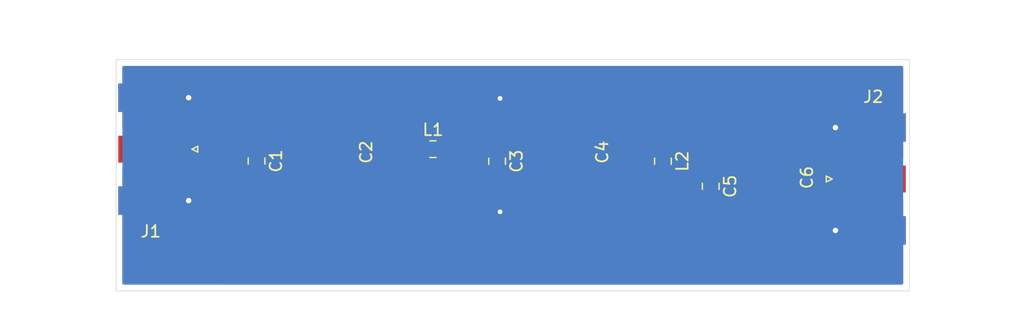
<source format=kicad_pcb>
(kicad_pcb (version 20171130) (host pcbnew "(5.1.5)-3")

  (general
    (thickness 1.6)
    (drawings 6)
    (tracks 20)
    (zones 0)
    (modules 10)
    (nets 5)
  )

  (page A4)
  (layers
    (0 F.Cu signal)
    (31 B.Cu signal)
    (32 B.Adhes user)
    (33 F.Adhes user)
    (34 B.Paste user)
    (35 F.Paste user)
    (36 B.SilkS user)
    (37 F.SilkS user)
    (38 B.Mask user)
    (39 F.Mask user)
    (40 Dwgs.User user)
    (41 Cmts.User user)
    (42 Eco1.User user)
    (43 Eco2.User user)
    (44 Edge.Cuts user)
    (45 Margin user)
    (46 B.CrtYd user)
    (47 F.CrtYd user)
    (48 B.Fab user)
    (49 F.Fab user)
  )

  (setup
    (last_trace_width 0.25)
    (trace_clearance 0.2)
    (zone_clearance 0.508)
    (zone_45_only no)
    (trace_min 0.000229)
    (via_size 0.8)
    (via_drill 0.4)
    (via_min_size 0.4)
    (via_min_drill 0.3)
    (uvia_size 0.3)
    (uvia_drill 0.1)
    (uvias_allowed no)
    (uvia_min_size 0.2)
    (uvia_min_drill 0.1)
    (edge_width 0.05)
    (segment_width 0.2)
    (pcb_text_width 0.3)
    (pcb_text_size 1.5 1.5)
    (mod_edge_width 0.12)
    (mod_text_size 1 1)
    (mod_text_width 0.15)
    (pad_size 1.524 1.524)
    (pad_drill 0.762)
    (pad_to_mask_clearance 0.051)
    (solder_mask_min_width 0.25)
    (aux_axis_origin 0 0)
    (visible_elements 7FFFFFFF)
    (pcbplotparams
      (layerselection 0x01000_ffffffff)
      (usegerberextensions false)
      (usegerberattributes false)
      (usegerberadvancedattributes false)
      (creategerberjobfile false)
      (excludeedgelayer true)
      (linewidth 0.100000)
      (plotframeref false)
      (viasonmask false)
      (mode 1)
      (useauxorigin false)
      (hpglpennumber 1)
      (hpglpenspeed 20)
      (hpglpendiameter 15.000000)
      (psnegative false)
      (psa4output false)
      (plotreference true)
      (plotvalue true)
      (plotinvisibletext false)
      (padsonsilk false)
      (subtractmaskfromsilk false)
      (outputformat 1)
      (mirror false)
      (drillshape 0)
      (scaleselection 1)
      (outputdirectory "m60/"))
  )

  (net 0 "")
  (net 1 "Net-(C1-Pad1)")
  (net 2 GND)
  (net 3 "Net-(C3-Pad1)")
  (net 4 "Net-(C5-Pad1)")

  (net_class Default "This is the default net class."
    (clearance 0.2)
    (trace_width 0.25)
    (via_dia 0.8)
    (via_drill 0.4)
    (uvia_dia 0.3)
    (uvia_drill 0.1)
    (add_net GND)
    (add_net "Net-(C1-Pad1)")
    (add_net "Net-(C3-Pad1)")
    (add_net "Net-(C5-Pad1)")
  )

  (module Capacitor_SMD:C_0805_2012Metric_Pad1.15x1.40mm_HandSolder (layer F.Cu) (tedit 5B36C52B) (tstamp 5E208F28)
    (at 116.713 89.907 270)
    (descr "Capacitor SMD 0805 (2012 Metric), square (rectangular) end terminal, IPC_7351 nominal with elongated pad for handsoldering. (Body size source: https://docs.google.com/spreadsheets/d/1BsfQQcO9C6DZCsRaXUlFlo91Tg2WpOkGARC1WS5S8t0/edit?usp=sharing), generated with kicad-footprint-generator")
    (tags "capacitor handsolder")
    (path /5E1FE5C6)
    (attr smd)
    (fp_text reference C1 (at 0 -1.65 90) (layer F.SilkS)
      (effects (font (size 1 1) (thickness 0.15)))
    )
    (fp_text value 180p (at 0 1.65 90) (layer F.Fab)
      (effects (font (size 1 1) (thickness 0.15)))
    )
    (fp_line (start -1 0.6) (end -1 -0.6) (layer F.Fab) (width 0.1))
    (fp_line (start -1 -0.6) (end 1 -0.6) (layer F.Fab) (width 0.1))
    (fp_line (start 1 -0.6) (end 1 0.6) (layer F.Fab) (width 0.1))
    (fp_line (start 1 0.6) (end -1 0.6) (layer F.Fab) (width 0.1))
    (fp_line (start -0.261252 -0.71) (end 0.261252 -0.71) (layer F.SilkS) (width 0.12))
    (fp_line (start -0.261252 0.71) (end 0.261252 0.71) (layer F.SilkS) (width 0.12))
    (fp_line (start -1.85 0.95) (end -1.85 -0.95) (layer F.CrtYd) (width 0.05))
    (fp_line (start -1.85 -0.95) (end 1.85 -0.95) (layer F.CrtYd) (width 0.05))
    (fp_line (start 1.85 -0.95) (end 1.85 0.95) (layer F.CrtYd) (width 0.05))
    (fp_line (start 1.85 0.95) (end -1.85 0.95) (layer F.CrtYd) (width 0.05))
    (fp_text user %R (at 0 0 90) (layer F.Fab)
      (effects (font (size 0.5 0.5) (thickness 0.08)))
    )
    (pad 1 smd roundrect (at -1.025 0 270) (size 1.15 1.4) (layers F.Cu F.Paste F.Mask) (roundrect_rratio 0.217391)
      (net 1 "Net-(C1-Pad1)"))
    (pad 2 smd roundrect (at 1.025 0 270) (size 1.15 1.4) (layers F.Cu F.Paste F.Mask) (roundrect_rratio 0.217391)
      (net 2 GND))
    (model ${KISYS3DMOD}/Capacitor_SMD.3dshapes/C_0805_2012Metric.wrl
      (at (xyz 0 0 0))
      (scale (xyz 1 1 1))
      (rotate (xyz 0 0 0))
    )
  )

  (module LT:CAP_Trimmer_TZB4Z (layer F.Cu) (tedit 5E1FE30D) (tstamp 5E208F33)
    (at 122.174 88.9 270)
    (path /5E2046E0)
    (fp_text reference C2 (at 0.254 -3.85572 90) (layer F.SilkS)
      (effects (font (size 1 1) (thickness 0.15)))
    )
    (fp_text value C_Variable (at 0.30734 -5.23748 90) (layer F.Fab)
      (effects (font (size 1 1) (thickness 0.15)))
    )
    (fp_line (start 0.254 -1.27) (end 0.254 1.778) (layer F.CrtYd) (width 0.12))
    (fp_line (start 0.254 1.778) (end 5.588 1.778) (layer F.CrtYd) (width 0.12))
    (fp_line (start 5.588 1.778) (end 5.588 -1.778) (layer F.CrtYd) (width 0.12))
    (fp_line (start 5.588 -1.778) (end 0.254 -1.778) (layer F.CrtYd) (width 0.12))
    (fp_line (start 0.254 -1.778) (end 0.254 -1.27) (layer F.CrtYd) (width 0.12))
    (pad 1 smd rect (at 0 0 270) (size 1.5 2) (layers F.Cu F.Paste F.Mask)
      (net 1 "Net-(C1-Pad1)"))
    (pad 2 smd rect (at 6 0 270) (size 1.5 2) (layers F.Cu F.Paste F.Mask)
      (net 2 GND))
  )

  (module Capacitor_SMD:C_0805_2012Metric_Pad1.15x1.40mm_HandSolder (layer F.Cu) (tedit 5B36C52B) (tstamp 5E208F44)
    (at 137.16 89.925 270)
    (descr "Capacitor SMD 0805 (2012 Metric), square (rectangular) end terminal, IPC_7351 nominal with elongated pad for handsoldering. (Body size source: https://docs.google.com/spreadsheets/d/1BsfQQcO9C6DZCsRaXUlFlo91Tg2WpOkGARC1WS5S8t0/edit?usp=sharing), generated with kicad-footprint-generator")
    (tags "capacitor handsolder")
    (path /5E201B6F)
    (attr smd)
    (fp_text reference C3 (at 0 -1.65 90) (layer F.SilkS)
      (effects (font (size 1 1) (thickness 0.15)))
    )
    (fp_text value 270p (at 0 1.65 90) (layer F.Fab)
      (effects (font (size 1 1) (thickness 0.15)))
    )
    (fp_text user %R (at 0 0 90) (layer F.Fab)
      (effects (font (size 0.5 0.5) (thickness 0.08)))
    )
    (fp_line (start 1.85 0.95) (end -1.85 0.95) (layer F.CrtYd) (width 0.05))
    (fp_line (start 1.85 -0.95) (end 1.85 0.95) (layer F.CrtYd) (width 0.05))
    (fp_line (start -1.85 -0.95) (end 1.85 -0.95) (layer F.CrtYd) (width 0.05))
    (fp_line (start -1.85 0.95) (end -1.85 -0.95) (layer F.CrtYd) (width 0.05))
    (fp_line (start -0.261252 0.71) (end 0.261252 0.71) (layer F.SilkS) (width 0.12))
    (fp_line (start -0.261252 -0.71) (end 0.261252 -0.71) (layer F.SilkS) (width 0.12))
    (fp_line (start 1 0.6) (end -1 0.6) (layer F.Fab) (width 0.1))
    (fp_line (start 1 -0.6) (end 1 0.6) (layer F.Fab) (width 0.1))
    (fp_line (start -1 -0.6) (end 1 -0.6) (layer F.Fab) (width 0.1))
    (fp_line (start -1 0.6) (end -1 -0.6) (layer F.Fab) (width 0.1))
    (pad 2 smd roundrect (at 1.025 0 270) (size 1.15 1.4) (layers F.Cu F.Paste F.Mask) (roundrect_rratio 0.217391)
      (net 2 GND))
    (pad 1 smd roundrect (at -1.025 0 270) (size 1.15 1.4) (layers F.Cu F.Paste F.Mask) (roundrect_rratio 0.217391)
      (net 3 "Net-(C3-Pad1)"))
    (model ${KISYS3DMOD}/Capacitor_SMD.3dshapes/C_0805_2012Metric.wrl
      (at (xyz 0 0 0))
      (scale (xyz 1 1 1))
      (rotate (xyz 0 0 0))
    )
  )

  (module LT:CAP_Trimmer_TZB4Z (layer F.Cu) (tedit 5E1FE30D) (tstamp 5E208F4F)
    (at 142.24 88.9 270)
    (path /5E2093F8)
    (fp_text reference C4 (at 0.254 -3.85572 90) (layer F.SilkS)
      (effects (font (size 1 1) (thickness 0.15)))
    )
    (fp_text value C_Variable (at 0.30734 -5.23748 90) (layer F.Fab)
      (effects (font (size 1 1) (thickness 0.15)))
    )
    (fp_line (start 0.254 -1.778) (end 0.254 -1.27) (layer F.CrtYd) (width 0.12))
    (fp_line (start 5.588 -1.778) (end 0.254 -1.778) (layer F.CrtYd) (width 0.12))
    (fp_line (start 5.588 1.778) (end 5.588 -1.778) (layer F.CrtYd) (width 0.12))
    (fp_line (start 0.254 1.778) (end 5.588 1.778) (layer F.CrtYd) (width 0.12))
    (fp_line (start 0.254 -1.27) (end 0.254 1.778) (layer F.CrtYd) (width 0.12))
    (pad 2 smd rect (at 6 0 270) (size 1.5 2) (layers F.Cu F.Paste F.Mask)
      (net 2 GND))
    (pad 1 smd rect (at 0 0 270) (size 1.5 2) (layers F.Cu F.Paste F.Mask)
      (net 3 "Net-(C3-Pad1)"))
  )

  (module Capacitor_SMD:C_0805_2012Metric_Pad1.15x1.40mm_HandSolder (layer F.Cu) (tedit 5B36C52B) (tstamp 5E208F60)
    (at 155.321 92.066 270)
    (descr "Capacitor SMD 0805 (2012 Metric), square (rectangular) end terminal, IPC_7351 nominal with elongated pad for handsoldering. (Body size source: https://docs.google.com/spreadsheets/d/1BsfQQcO9C6DZCsRaXUlFlo91Tg2WpOkGARC1WS5S8t0/edit?usp=sharing), generated with kicad-footprint-generator")
    (tags "capacitor handsolder")
    (path /5E202B59)
    (attr smd)
    (fp_text reference C5 (at 0 -1.65 90) (layer F.SilkS)
      (effects (font (size 1 1) (thickness 0.15)))
    )
    (fp_text value 180p (at 0 1.65 90) (layer F.Fab)
      (effects (font (size 1 1) (thickness 0.15)))
    )
    (fp_line (start -1 0.6) (end -1 -0.6) (layer F.Fab) (width 0.1))
    (fp_line (start -1 -0.6) (end 1 -0.6) (layer F.Fab) (width 0.1))
    (fp_line (start 1 -0.6) (end 1 0.6) (layer F.Fab) (width 0.1))
    (fp_line (start 1 0.6) (end -1 0.6) (layer F.Fab) (width 0.1))
    (fp_line (start -0.261252 -0.71) (end 0.261252 -0.71) (layer F.SilkS) (width 0.12))
    (fp_line (start -0.261252 0.71) (end 0.261252 0.71) (layer F.SilkS) (width 0.12))
    (fp_line (start -1.85 0.95) (end -1.85 -0.95) (layer F.CrtYd) (width 0.05))
    (fp_line (start -1.85 -0.95) (end 1.85 -0.95) (layer F.CrtYd) (width 0.05))
    (fp_line (start 1.85 -0.95) (end 1.85 0.95) (layer F.CrtYd) (width 0.05))
    (fp_line (start 1.85 0.95) (end -1.85 0.95) (layer F.CrtYd) (width 0.05))
    (fp_text user %R (at 0 0 90) (layer F.Fab)
      (effects (font (size 0.5 0.5) (thickness 0.08)))
    )
    (pad 1 smd roundrect (at -1.025 0 270) (size 1.15 1.4) (layers F.Cu F.Paste F.Mask) (roundrect_rratio 0.217391)
      (net 4 "Net-(C5-Pad1)"))
    (pad 2 smd roundrect (at 1.025 0 270) (size 1.15 1.4) (layers F.Cu F.Paste F.Mask) (roundrect_rratio 0.217391)
      (net 2 GND))
    (model ${KISYS3DMOD}/Capacitor_SMD.3dshapes/C_0805_2012Metric.wrl
      (at (xyz 0 0 0))
      (scale (xyz 1 1 1))
      (rotate (xyz 0 0 0))
    )
  )

  (module LT:CAP_Trimmer_TZB4Z (layer F.Cu) (tedit 5E1FE30D) (tstamp 5E208F6B)
    (at 159.639 91.059 270)
    (path /5E20A887)
    (fp_text reference C6 (at 0.254 -3.85572 90) (layer F.SilkS)
      (effects (font (size 1 1) (thickness 0.15)))
    )
    (fp_text value C_Variable (at 0.30734 -5.23748 90) (layer F.Fab)
      (effects (font (size 1 1) (thickness 0.15)))
    )
    (fp_line (start 0.254 -1.27) (end 0.254 1.778) (layer F.CrtYd) (width 0.12))
    (fp_line (start 0.254 1.778) (end 5.588 1.778) (layer F.CrtYd) (width 0.12))
    (fp_line (start 5.588 1.778) (end 5.588 -1.778) (layer F.CrtYd) (width 0.12))
    (fp_line (start 5.588 -1.778) (end 0.254 -1.778) (layer F.CrtYd) (width 0.12))
    (fp_line (start 0.254 -1.778) (end 0.254 -1.27) (layer F.CrtYd) (width 0.12))
    (pad 1 smd rect (at 0 0 270) (size 1.5 2) (layers F.Cu F.Paste F.Mask)
      (net 4 "Net-(C5-Pad1)"))
    (pad 2 smd rect (at 6 0 270) (size 1.5 2) (layers F.Cu F.Paste F.Mask)
      (net 2 GND))
  )

  (module Connector_Coaxial:SMA_Molex_73251-1153_EdgeMount_Horizontal (layer F.Cu) (tedit 5A1B666F) (tstamp 5E208F97)
    (at 109.22 88.9)
    (descr "Molex SMA RF Connectors, Edge Mount, (http://www.molex.com/pdm_docs/sd/732511150_sd.pdf)")
    (tags "sma edge")
    (path /5E1FC498)
    (attr smd)
    (fp_text reference J1 (at -1.5 7) (layer F.SilkS)
      (effects (font (size 1 1) (thickness 0.15)))
    )
    (fp_text value Conn_Coaxial (at -1.72 -7.11) (layer F.Fab)
      (effects (font (size 1 1) (thickness 0.15)))
    )
    (fp_text user %R (at -1.5 7) (layer F.Fab)
      (effects (font (size 1 1) (thickness 0.15)))
    )
    (fp_line (start 2.5 0.25) (end 2.5 -0.25) (layer F.Fab) (width 0.1))
    (fp_line (start 2 0) (end 2.5 0.25) (layer F.Fab) (width 0.1))
    (fp_line (start 2.5 -0.25) (end 2 0) (layer F.Fab) (width 0.1))
    (fp_line (start 2.5 0.25) (end 2 0) (layer F.SilkS) (width 0.12))
    (fp_line (start 2.5 -0.25) (end 2.5 0.25) (layer F.SilkS) (width 0.12))
    (fp_line (start 2 0) (end 2.5 -0.25) (layer F.SilkS) (width 0.12))
    (fp_line (start -4.76 -0.38) (end 0.49 -0.38) (layer F.Fab) (width 0.1))
    (fp_line (start -4.76 0.38) (end 0.49 0.38) (layer F.Fab) (width 0.1))
    (fp_line (start 0.49 -0.38) (end 0.49 0.38) (layer F.Fab) (width 0.1))
    (fp_line (start 0.49 3.75) (end 0.49 4.76) (layer F.Fab) (width 0.1))
    (fp_line (start 0.49 -4.76) (end 0.49 -3.75) (layer F.Fab) (width 0.1))
    (fp_line (start -14.29 -6.09) (end -14.29 6.09) (layer F.CrtYd) (width 0.05))
    (fp_line (start -14.29 6.09) (end 2.71 6.09) (layer F.CrtYd) (width 0.05))
    (fp_line (start 2.71 -6.09) (end 2.71 6.09) (layer B.CrtYd) (width 0.05))
    (fp_line (start -14.29 -6.09) (end 2.71 -6.09) (layer B.CrtYd) (width 0.05))
    (fp_line (start -14.29 -6.09) (end -14.29 6.09) (layer B.CrtYd) (width 0.05))
    (fp_line (start -14.29 6.09) (end 2.71 6.09) (layer B.CrtYd) (width 0.05))
    (fp_line (start 2.71 -6.09) (end 2.71 6.09) (layer F.CrtYd) (width 0.05))
    (fp_line (start 2.71 -6.09) (end -14.29 -6.09) (layer F.CrtYd) (width 0.05))
    (fp_line (start -4.76 -3.75) (end 0.49 -3.75) (layer F.Fab) (width 0.1))
    (fp_line (start -4.76 3.75) (end 0.49 3.75) (layer F.Fab) (width 0.1))
    (fp_line (start -13.79 -2.65) (end -5.91 -2.65) (layer F.Fab) (width 0.1))
    (fp_line (start -13.79 -2.65) (end -13.79 2.65) (layer F.Fab) (width 0.1))
    (fp_line (start -13.79 2.65) (end -5.91 2.65) (layer F.Fab) (width 0.1))
    (fp_line (start -4.76 -3.75) (end -4.76 3.75) (layer F.Fab) (width 0.1))
    (fp_line (start 0.49 -4.76) (end -5.91 -4.76) (layer F.Fab) (width 0.1))
    (fp_line (start -5.91 -4.76) (end -5.91 4.76) (layer F.Fab) (width 0.1))
    (fp_line (start -5.91 4.76) (end 0.49 4.76) (layer F.Fab) (width 0.1))
    (pad 1 smd rect (at -1.72 0) (size 5.08 2.29) (layers F.Cu F.Paste F.Mask)
      (net 1 "Net-(C1-Pad1)"))
    (pad 2 smd rect (at -1.72 -4.38) (size 5.08 2.42) (layers F.Cu F.Paste F.Mask)
      (net 2 GND))
    (pad 2 smd rect (at -1.72 4.38) (size 5.08 2.42) (layers F.Cu F.Paste F.Mask)
      (net 2 GND))
    (pad 2 smd rect (at -1.72 -4.38) (size 5.08 2.42) (layers B.Cu B.Paste B.Mask)
      (net 2 GND))
    (pad 2 smd rect (at -1.72 4.38) (size 5.08 2.42) (layers B.Cu B.Paste B.Mask)
      (net 2 GND))
    (pad 2 thru_hole circle (at 1.72 -4.38) (size 0.97 0.97) (drill 0.46) (layers *.Cu)
      (net 2 GND))
    (pad 2 thru_hole circle (at 1.72 4.38) (size 0.97 0.97) (drill 0.46) (layers *.Cu)
      (net 2 GND))
    (pad 2 smd rect (at 1.27 -4.38) (size 0.95 0.46) (layers F.Cu)
      (net 2 GND))
    (pad 2 smd rect (at 1.27 4.38) (size 0.95 0.46) (layers F.Cu)
      (net 2 GND))
    (pad 2 smd rect (at 1.27 -4.38) (size 0.95 0.46) (layers B.Cu)
      (net 2 GND))
    (pad 2 smd rect (at 1.27 4.38) (size 0.95 0.46) (layers B.Cu)
      (net 2 GND))
    (model ${KISYS3DMOD}/Connector_Coaxial.3dshapes/SMA_Molex_73251-1153_EdgeMount_Horizontal.wrl
      (at (xyz 0 0 0))
      (scale (xyz 1 1 1))
      (rotate (xyz 0 0 0))
    )
  )

  (module Connector_Coaxial:SMA_Molex_73251-1153_EdgeMount_Horizontal (layer F.Cu) (tedit 5A1B666F) (tstamp 5E208FC3)
    (at 167.64 91.44 180)
    (descr "Molex SMA RF Connectors, Edge Mount, (http://www.molex.com/pdm_docs/sd/732511150_sd.pdf)")
    (tags "sma edge")
    (path /5E20B5B6)
    (attr smd)
    (fp_text reference J2 (at -1.5 7) (layer F.SilkS)
      (effects (font (size 1 1) (thickness 0.15)))
    )
    (fp_text value Conn_Coaxial (at -1.72 -7.11) (layer F.Fab)
      (effects (font (size 1 1) (thickness 0.15)))
    )
    (fp_line (start -5.91 4.76) (end 0.49 4.76) (layer F.Fab) (width 0.1))
    (fp_line (start -5.91 -4.76) (end -5.91 4.76) (layer F.Fab) (width 0.1))
    (fp_line (start 0.49 -4.76) (end -5.91 -4.76) (layer F.Fab) (width 0.1))
    (fp_line (start -4.76 -3.75) (end -4.76 3.75) (layer F.Fab) (width 0.1))
    (fp_line (start -13.79 2.65) (end -5.91 2.65) (layer F.Fab) (width 0.1))
    (fp_line (start -13.79 -2.65) (end -13.79 2.65) (layer F.Fab) (width 0.1))
    (fp_line (start -13.79 -2.65) (end -5.91 -2.65) (layer F.Fab) (width 0.1))
    (fp_line (start -4.76 3.75) (end 0.49 3.75) (layer F.Fab) (width 0.1))
    (fp_line (start -4.76 -3.75) (end 0.49 -3.75) (layer F.Fab) (width 0.1))
    (fp_line (start 2.71 -6.09) (end -14.29 -6.09) (layer F.CrtYd) (width 0.05))
    (fp_line (start 2.71 -6.09) (end 2.71 6.09) (layer F.CrtYd) (width 0.05))
    (fp_line (start -14.29 6.09) (end 2.71 6.09) (layer B.CrtYd) (width 0.05))
    (fp_line (start -14.29 -6.09) (end -14.29 6.09) (layer B.CrtYd) (width 0.05))
    (fp_line (start -14.29 -6.09) (end 2.71 -6.09) (layer B.CrtYd) (width 0.05))
    (fp_line (start 2.71 -6.09) (end 2.71 6.09) (layer B.CrtYd) (width 0.05))
    (fp_line (start -14.29 6.09) (end 2.71 6.09) (layer F.CrtYd) (width 0.05))
    (fp_line (start -14.29 -6.09) (end -14.29 6.09) (layer F.CrtYd) (width 0.05))
    (fp_line (start 0.49 -4.76) (end 0.49 -3.75) (layer F.Fab) (width 0.1))
    (fp_line (start 0.49 3.75) (end 0.49 4.76) (layer F.Fab) (width 0.1))
    (fp_line (start 0.49 -0.38) (end 0.49 0.38) (layer F.Fab) (width 0.1))
    (fp_line (start -4.76 0.38) (end 0.49 0.38) (layer F.Fab) (width 0.1))
    (fp_line (start -4.76 -0.38) (end 0.49 -0.38) (layer F.Fab) (width 0.1))
    (fp_line (start 2 0) (end 2.5 -0.25) (layer F.SilkS) (width 0.12))
    (fp_line (start 2.5 -0.25) (end 2.5 0.25) (layer F.SilkS) (width 0.12))
    (fp_line (start 2.5 0.25) (end 2 0) (layer F.SilkS) (width 0.12))
    (fp_line (start 2.5 -0.25) (end 2 0) (layer F.Fab) (width 0.1))
    (fp_line (start 2 0) (end 2.5 0.25) (layer F.Fab) (width 0.1))
    (fp_line (start 2.5 0.25) (end 2.5 -0.25) (layer F.Fab) (width 0.1))
    (fp_text user %R (at -1.5 7) (layer F.Fab)
      (effects (font (size 1 1) (thickness 0.15)))
    )
    (pad 2 smd rect (at 1.27 4.38 180) (size 0.95 0.46) (layers B.Cu)
      (net 2 GND))
    (pad 2 smd rect (at 1.27 -4.38 180) (size 0.95 0.46) (layers B.Cu)
      (net 2 GND))
    (pad 2 smd rect (at 1.27 4.38 180) (size 0.95 0.46) (layers F.Cu)
      (net 2 GND))
    (pad 2 smd rect (at 1.27 -4.38 180) (size 0.95 0.46) (layers F.Cu)
      (net 2 GND))
    (pad 2 thru_hole circle (at 1.72 4.38 180) (size 0.97 0.97) (drill 0.46) (layers *.Cu)
      (net 2 GND))
    (pad 2 thru_hole circle (at 1.72 -4.38 180) (size 0.97 0.97) (drill 0.46) (layers *.Cu)
      (net 2 GND))
    (pad 2 smd rect (at -1.72 4.38 180) (size 5.08 2.42) (layers B.Cu B.Paste B.Mask)
      (net 2 GND))
    (pad 2 smd rect (at -1.72 -4.38 180) (size 5.08 2.42) (layers B.Cu B.Paste B.Mask)
      (net 2 GND))
    (pad 2 smd rect (at -1.72 4.38 180) (size 5.08 2.42) (layers F.Cu F.Paste F.Mask)
      (net 2 GND))
    (pad 2 smd rect (at -1.72 -4.38 180) (size 5.08 2.42) (layers F.Cu F.Paste F.Mask)
      (net 2 GND))
    (pad 1 smd rect (at -1.72 0 180) (size 5.08 2.29) (layers F.Cu F.Paste F.Mask)
      (net 4 "Net-(C5-Pad1)"))
    (model ${KISYS3DMOD}/Connector_Coaxial.3dshapes/SMA_Molex_73251-1153_EdgeMount_Horizontal.wrl
      (at (xyz 0 0 0))
      (scale (xyz 1 1 1))
      (rotate (xyz 0 0 0))
    )
  )

  (module Inductor_SMD:L_0805_2012Metric_Pad1.15x1.40mm_HandSolder (layer F.Cu) (tedit 5B36C52B) (tstamp 5E208FD4)
    (at 131.708 88.9)
    (descr "Capacitor SMD 0805 (2012 Metric), square (rectangular) end terminal, IPC_7351 nominal with elongated pad for handsoldering. (Body size source: https://docs.google.com/spreadsheets/d/1BsfQQcO9C6DZCsRaXUlFlo91Tg2WpOkGARC1WS5S8t0/edit?usp=sharing), generated with kicad-footprint-generator")
    (tags "inductor handsolder")
    (path /5E1FED39)
    (attr smd)
    (fp_text reference L1 (at 0 -1.65) (layer F.SilkS)
      (effects (font (size 1 1) (thickness 0.15)))
    )
    (fp_text value 330n (at 0 1.65) (layer F.Fab)
      (effects (font (size 1 1) (thickness 0.15)))
    )
    (fp_line (start -1 0.6) (end -1 -0.6) (layer F.Fab) (width 0.1))
    (fp_line (start -1 -0.6) (end 1 -0.6) (layer F.Fab) (width 0.1))
    (fp_line (start 1 -0.6) (end 1 0.6) (layer F.Fab) (width 0.1))
    (fp_line (start 1 0.6) (end -1 0.6) (layer F.Fab) (width 0.1))
    (fp_line (start -0.261252 -0.71) (end 0.261252 -0.71) (layer F.SilkS) (width 0.12))
    (fp_line (start -0.261252 0.71) (end 0.261252 0.71) (layer F.SilkS) (width 0.12))
    (fp_line (start -1.85 0.95) (end -1.85 -0.95) (layer F.CrtYd) (width 0.05))
    (fp_line (start -1.85 -0.95) (end 1.85 -0.95) (layer F.CrtYd) (width 0.05))
    (fp_line (start 1.85 -0.95) (end 1.85 0.95) (layer F.CrtYd) (width 0.05))
    (fp_line (start 1.85 0.95) (end -1.85 0.95) (layer F.CrtYd) (width 0.05))
    (fp_text user %R (at 0 0) (layer F.Fab)
      (effects (font (size 0.5 0.5) (thickness 0.08)))
    )
    (pad 1 smd roundrect (at -1.025 0) (size 1.15 1.4) (layers F.Cu F.Paste F.Mask) (roundrect_rratio 0.217391)
      (net 1 "Net-(C1-Pad1)"))
    (pad 2 smd roundrect (at 1.025 0) (size 1.15 1.4) (layers F.Cu F.Paste F.Mask) (roundrect_rratio 0.217391)
      (net 3 "Net-(C3-Pad1)"))
    (model ${KISYS3DMOD}/Inductor_SMD.3dshapes/L_0805_2012Metric.wrl
      (at (xyz 0 0 0))
      (scale (xyz 1 1 1))
      (rotate (xyz 0 0 0))
    )
  )

  (module Inductor_SMD:L_0805_2012Metric_Pad1.15x1.40mm_HandSolder (layer F.Cu) (tedit 5B36C52B) (tstamp 5E208FE5)
    (at 151.257 89.925 270)
    (descr "Capacitor SMD 0805 (2012 Metric), square (rectangular) end terminal, IPC_7351 nominal with elongated pad for handsoldering. (Body size source: https://docs.google.com/spreadsheets/d/1BsfQQcO9C6DZCsRaXUlFlo91Tg2WpOkGARC1WS5S8t0/edit?usp=sharing), generated with kicad-footprint-generator")
    (tags "inductor handsolder")
    (path /5E201B79)
    (attr smd)
    (fp_text reference L2 (at 0 -1.65 90) (layer F.SilkS)
      (effects (font (size 1 1) (thickness 0.15)))
    )
    (fp_text value 330n (at 0 1.65 90) (layer F.Fab)
      (effects (font (size 1 1) (thickness 0.15)))
    )
    (fp_text user %R (at 0 0 90) (layer F.Fab)
      (effects (font (size 0.5 0.5) (thickness 0.08)))
    )
    (fp_line (start 1.85 0.95) (end -1.85 0.95) (layer F.CrtYd) (width 0.05))
    (fp_line (start 1.85 -0.95) (end 1.85 0.95) (layer F.CrtYd) (width 0.05))
    (fp_line (start -1.85 -0.95) (end 1.85 -0.95) (layer F.CrtYd) (width 0.05))
    (fp_line (start -1.85 0.95) (end -1.85 -0.95) (layer F.CrtYd) (width 0.05))
    (fp_line (start -0.261252 0.71) (end 0.261252 0.71) (layer F.SilkS) (width 0.12))
    (fp_line (start -0.261252 -0.71) (end 0.261252 -0.71) (layer F.SilkS) (width 0.12))
    (fp_line (start 1 0.6) (end -1 0.6) (layer F.Fab) (width 0.1))
    (fp_line (start 1 -0.6) (end 1 0.6) (layer F.Fab) (width 0.1))
    (fp_line (start -1 -0.6) (end 1 -0.6) (layer F.Fab) (width 0.1))
    (fp_line (start -1 0.6) (end -1 -0.6) (layer F.Fab) (width 0.1))
    (pad 2 smd roundrect (at 1.025 0 270) (size 1.15 1.4) (layers F.Cu F.Paste F.Mask) (roundrect_rratio 0.217391)
      (net 4 "Net-(C5-Pad1)"))
    (pad 1 smd roundrect (at -1.025 0 270) (size 1.15 1.4) (layers F.Cu F.Paste F.Mask) (roundrect_rratio 0.217391)
      (net 3 "Net-(C3-Pad1)"))
    (model ${KISYS3DMOD}/Inductor_SMD.3dshapes/L_0805_2012Metric.wrl
      (at (xyz 0 0 0))
      (scale (xyz 1 1 1))
      (rotate (xyz 0 0 0))
    )
  )

  (gr_text rev0 (at 163.068 84.074) (layer F.Cu)
    (effects (font (size 1.5 1.5) (thickness 0.3)))
  )
  (gr_text "RF IN" (at 109.728 98.552) (layer F.Cu)
    (effects (font (size 1.5 1.5) (thickness 0.3)))
  )
  (gr_line (start 172.212 81.28) (end 104.775 81.28) (layer Edge.Cuts) (width 0.05) (tstamp 5E209B8B))
  (gr_line (start 172.212 100.965) (end 172.212 81.28) (layer Edge.Cuts) (width 0.05))
  (gr_line (start 104.775 100.965) (end 172.212 100.965) (layer Edge.Cuts) (width 0.05))
  (gr_line (start 104.775 81.28) (end 104.775 100.965) (layer Edge.Cuts) (width 0.05))

  (segment (start 116.695 88.9) (end 116.713 88.882) (width 0.25) (layer F.Cu) (net 1))
  (segment (start 107.5 88.9) (end 116.695 88.9) (width 0.25) (layer F.Cu) (net 1))
  (segment (start 122.156 88.882) (end 122.174 88.9) (width 0.25) (layer F.Cu) (net 1))
  (segment (start 116.713 88.882) (end 122.156 88.882) (width 0.25) (layer F.Cu) (net 1))
  (segment (start 122.174 88.9) (end 128.016 88.9) (width 0.25) (layer F.Cu) (net 1))
  (via (at 137.414 94.234) (size 0.8) (drill 0.4) (layers F.Cu B.Cu) (net 2))
  (via (at 137.414 84.582) (size 0.8) (drill 0.4) (layers F.Cu B.Cu) (net 2))
  (segment (start 132.733 88.9) (end 137.16 88.9) (width 0.25) (layer F.Cu) (net 3))
  (segment (start 137.86 88.9) (end 142.24 88.9) (width 0.25) (layer F.Cu) (net 3))
  (segment (start 137.16 88.9) (end 137.86 88.9) (width 0.25) (layer F.Cu) (net 3))
  (segment (start 142.24 88.9) (end 147.193 88.9) (width 0.25) (layer F.Cu) (net 3))
  (segment (start 155.23 90.95) (end 155.321 91.041) (width 0.25) (layer F.Cu) (net 4))
  (segment (start 151.257 90.95) (end 155.23 90.95) (width 0.25) (layer F.Cu) (net 4))
  (segment (start 155.339 91.059) (end 155.321 91.041) (width 0.25) (layer F.Cu) (net 4))
  (segment (start 159.639 91.059) (end 155.339 91.059) (width 0.25) (layer F.Cu) (net 4))
  (segment (start 168.344 91.059) (end 168.598 91.313) (width 0.25) (layer F.Cu) (net 4))
  (segment (start 159.639 91.059) (end 168.344 91.059) (width 0.25) (layer F.Cu) (net 4))
  (segment (start 127.526 88.9) (end 130.683 88.9) (width 0.25) (layer F.Cu) (net 1))
  (segment (start 147.278 88.9) (end 151.257 88.9) (width 0.25) (layer F.Cu) (net 3))
  (segment (start 146.703 88.9) (end 147.278 88.9) (width 0.25) (layer F.Cu) (net 3))

  (zone (net 2) (net_name GND) (layer F.Cu) (tstamp 5E209BE9) (hatch edge 0.508)
    (connect_pads yes (clearance 0.508))
    (min_thickness 0.254)
    (fill yes (arc_segments 32) (thermal_gap 0.508) (thermal_bridge_width 0.508))
    (polygon
      (pts
        (xy 180.34 104.14) (xy 101.6 104.14) (xy 101.6 76.2) (xy 180.34 76.2)
      )
    )
    (filled_polygon
      (pts
        (xy 120.535928 89.65) (xy 120.548188 89.774482) (xy 120.584498 89.89418) (xy 120.643463 90.004494) (xy 120.722815 90.101185)
        (xy 120.819506 90.180537) (xy 120.92982 90.239502) (xy 121.049518 90.275812) (xy 121.174 90.288072) (xy 123.174 90.288072)
        (xy 123.298482 90.275812) (xy 123.41818 90.239502) (xy 123.528494 90.180537) (xy 123.625185 90.101185) (xy 123.704537 90.004494)
        (xy 123.763502 89.89418) (xy 123.799812 89.774482) (xy 123.811087 89.66) (xy 129.528473 89.66) (xy 129.537528 89.689851)
        (xy 129.619595 89.843387) (xy 129.730038 89.977962) (xy 129.864613 90.088405) (xy 130.018149 90.170472) (xy 130.184745 90.221008)
        (xy 130.357999 90.238072) (xy 131.008001 90.238072) (xy 131.181255 90.221008) (xy 131.347851 90.170472) (xy 131.501387 90.088405)
        (xy 131.635962 89.977962) (xy 131.708 89.890184) (xy 131.780038 89.977962) (xy 131.914613 90.088405) (xy 132.068149 90.170472)
        (xy 132.234745 90.221008) (xy 132.407999 90.238072) (xy 133.058001 90.238072) (xy 133.231255 90.221008) (xy 133.397851 90.170472)
        (xy 133.551387 90.088405) (xy 133.685962 89.977962) (xy 133.796405 89.843387) (xy 133.878472 89.689851) (xy 133.887527 89.66)
        (xy 135.940386 89.66) (xy 135.971595 89.718387) (xy 136.082038 89.852962) (xy 136.216613 89.963405) (xy 136.370149 90.045472)
        (xy 136.536745 90.096008) (xy 136.709999 90.113072) (xy 137.610001 90.113072) (xy 137.783255 90.096008) (xy 137.949851 90.045472)
        (xy 138.103387 89.963405) (xy 138.237962 89.852962) (xy 138.348405 89.718387) (xy 138.379614 89.66) (xy 140.602913 89.66)
        (xy 140.614188 89.774482) (xy 140.650498 89.89418) (xy 140.709463 90.004494) (xy 140.788815 90.101185) (xy 140.885506 90.180537)
        (xy 140.99582 90.239502) (xy 141.115518 90.275812) (xy 141.24 90.288072) (xy 143.24 90.288072) (xy 143.364482 90.275812)
        (xy 143.48418 90.239502) (xy 143.594494 90.180537) (xy 143.691185 90.101185) (xy 143.770537 90.004494) (xy 143.829502 89.89418)
        (xy 143.865812 89.774482) (xy 143.877087 89.66) (xy 150.037386 89.66) (xy 150.068595 89.718387) (xy 150.179038 89.852962)
        (xy 150.266816 89.925) (xy 150.179038 89.997038) (xy 150.068595 90.131613) (xy 149.986528 90.285149) (xy 149.935992 90.451745)
        (xy 149.918928 90.624999) (xy 149.918928 91.275001) (xy 149.935992 91.448255) (xy 149.986528 91.614851) (xy 150.068595 91.768387)
        (xy 150.179038 91.902962) (xy 150.313613 92.013405) (xy 150.467149 92.095472) (xy 150.633745 92.146008) (xy 150.806999 92.163072)
        (xy 151.707001 92.163072) (xy 151.880255 92.146008) (xy 152.046851 92.095472) (xy 152.200387 92.013405) (xy 152.334962 91.902962)
        (xy 152.445405 91.768387) (xy 152.476614 91.71) (xy 154.052746 91.71) (xy 154.132595 91.859387) (xy 154.243038 91.993962)
        (xy 154.377613 92.104405) (xy 154.531149 92.186472) (xy 154.697745 92.237008) (xy 154.870999 92.254072) (xy 155.771001 92.254072)
        (xy 155.944255 92.237008) (xy 156.110851 92.186472) (xy 156.264387 92.104405) (xy 156.398962 91.993962) (xy 156.509405 91.859387)
        (xy 156.530992 91.819) (xy 158.001913 91.819) (xy 158.013188 91.933482) (xy 158.049498 92.05318) (xy 158.108463 92.163494)
        (xy 158.187815 92.260185) (xy 158.284506 92.339537) (xy 158.39482 92.398502) (xy 158.514518 92.434812) (xy 158.639 92.447072)
        (xy 160.639 92.447072) (xy 160.763482 92.434812) (xy 160.88318 92.398502) (xy 160.993494 92.339537) (xy 161.090185 92.260185)
        (xy 161.169537 92.163494) (xy 161.228502 92.05318) (xy 161.264812 91.933482) (xy 161.276087 91.819) (xy 166.181928 91.819)
        (xy 166.181928 92.585) (xy 166.194188 92.709482) (xy 166.230498 92.82918) (xy 166.289463 92.939494) (xy 166.368815 93.036185)
        (xy 166.465506 93.115537) (xy 166.57582 93.174502) (xy 166.695518 93.210812) (xy 166.82 93.223072) (xy 171.552 93.223072)
        (xy 171.552 100.305) (xy 113.620143 100.305) (xy 113.620143 96.762) (xy 105.835857 96.762) (xy 105.835857 100.305)
        (xy 105.435 100.305) (xy 105.435 90.683072) (xy 110.04 90.683072) (xy 110.164482 90.670812) (xy 110.28418 90.634502)
        (xy 110.394494 90.575537) (xy 110.491185 90.496185) (xy 110.570537 90.399494) (xy 110.629502 90.28918) (xy 110.665812 90.169482)
        (xy 110.678072 90.045) (xy 110.678072 89.66) (xy 115.503008 89.66) (xy 115.524595 89.700387) (xy 115.635038 89.834962)
        (xy 115.769613 89.945405) (xy 115.923149 90.027472) (xy 116.089745 90.078008) (xy 116.262999 90.095072) (xy 117.163001 90.095072)
        (xy 117.336255 90.078008) (xy 117.502851 90.027472) (xy 117.656387 89.945405) (xy 117.790962 89.834962) (xy 117.901405 89.700387)
        (xy 117.932614 89.642) (xy 120.535928 89.642)
      )
    )
    (filled_polygon
      (pts
        (xy 171.552001 89.656928) (xy 166.82 89.656928) (xy 166.695518 89.669188) (xy 166.57582 89.705498) (xy 166.465506 89.764463)
        (xy 166.368815 89.843815) (xy 166.289463 89.940506) (xy 166.230498 90.05082) (xy 166.194188 90.170518) (xy 166.181928 90.295)
        (xy 166.181928 90.299) (xy 161.276087 90.299) (xy 161.264812 90.184518) (xy 161.228502 90.06482) (xy 161.169537 89.954506)
        (xy 161.090185 89.857815) (xy 160.993494 89.778463) (xy 160.88318 89.719498) (xy 160.763482 89.683188) (xy 160.639 89.670928)
        (xy 158.639 89.670928) (xy 158.514518 89.683188) (xy 158.39482 89.719498) (xy 158.284506 89.778463) (xy 158.187815 89.857815)
        (xy 158.108463 89.954506) (xy 158.049498 90.06482) (xy 158.013188 90.184518) (xy 158.001913 90.299) (xy 156.550235 90.299)
        (xy 156.509405 90.222613) (xy 156.398962 90.088038) (xy 156.264387 89.977595) (xy 156.110851 89.895528) (xy 155.944255 89.844992)
        (xy 155.771001 89.827928) (xy 154.870999 89.827928) (xy 154.697745 89.844992) (xy 154.531149 89.895528) (xy 154.377613 89.977595)
        (xy 154.243038 90.088038) (xy 154.15936 90.19) (xy 152.476614 90.19) (xy 152.445405 90.131613) (xy 152.334962 89.997038)
        (xy 152.247184 89.925) (xy 152.334962 89.852962) (xy 152.445405 89.718387) (xy 152.527472 89.564851) (xy 152.578008 89.398255)
        (xy 152.595072 89.225001) (xy 152.595072 88.574999) (xy 152.578008 88.401745) (xy 152.527472 88.235149) (xy 152.445405 88.081613)
        (xy 152.334962 87.947038) (xy 152.200387 87.836595) (xy 152.046851 87.754528) (xy 151.880255 87.703992) (xy 151.707001 87.686928)
        (xy 150.806999 87.686928) (xy 150.633745 87.703992) (xy 150.467149 87.754528) (xy 150.313613 87.836595) (xy 150.179038 87.947038)
        (xy 150.068595 88.081613) (xy 150.037386 88.14) (xy 143.877087 88.14) (xy 143.865812 88.025518) (xy 143.829502 87.90582)
        (xy 143.770537 87.795506) (xy 143.691185 87.698815) (xy 143.594494 87.619463) (xy 143.48418 87.560498) (xy 143.364482 87.524188)
        (xy 143.24 87.511928) (xy 141.24 87.511928) (xy 141.115518 87.524188) (xy 140.99582 87.560498) (xy 140.885506 87.619463)
        (xy 140.788815 87.698815) (xy 140.709463 87.795506) (xy 140.650498 87.90582) (xy 140.614188 88.025518) (xy 140.602913 88.14)
        (xy 138.379614 88.14) (xy 138.348405 88.081613) (xy 138.237962 87.947038) (xy 138.103387 87.836595) (xy 137.949851 87.754528)
        (xy 137.783255 87.703992) (xy 137.610001 87.686928) (xy 136.709999 87.686928) (xy 136.536745 87.703992) (xy 136.370149 87.754528)
        (xy 136.216613 87.836595) (xy 136.082038 87.947038) (xy 135.971595 88.081613) (xy 135.940386 88.14) (xy 133.887527 88.14)
        (xy 133.878472 88.110149) (xy 133.796405 87.956613) (xy 133.685962 87.822038) (xy 133.551387 87.711595) (xy 133.397851 87.629528)
        (xy 133.231255 87.578992) (xy 133.058001 87.561928) (xy 132.407999 87.561928) (xy 132.234745 87.578992) (xy 132.068149 87.629528)
        (xy 131.914613 87.711595) (xy 131.780038 87.822038) (xy 131.708 87.909816) (xy 131.635962 87.822038) (xy 131.501387 87.711595)
        (xy 131.347851 87.629528) (xy 131.181255 87.578992) (xy 131.008001 87.561928) (xy 130.357999 87.561928) (xy 130.184745 87.578992)
        (xy 130.018149 87.629528) (xy 129.864613 87.711595) (xy 129.730038 87.822038) (xy 129.619595 87.956613) (xy 129.537528 88.110149)
        (xy 129.528473 88.14) (xy 123.811087 88.14) (xy 123.799812 88.025518) (xy 123.763502 87.90582) (xy 123.704537 87.795506)
        (xy 123.625185 87.698815) (xy 123.528494 87.619463) (xy 123.41818 87.560498) (xy 123.298482 87.524188) (xy 123.174 87.511928)
        (xy 121.174 87.511928) (xy 121.049518 87.524188) (xy 120.92982 87.560498) (xy 120.819506 87.619463) (xy 120.722815 87.698815)
        (xy 120.643463 87.795506) (xy 120.584498 87.90582) (xy 120.548188 88.025518) (xy 120.538686 88.122) (xy 117.932614 88.122)
        (xy 117.901405 88.063613) (xy 117.790962 87.929038) (xy 117.656387 87.818595) (xy 117.502851 87.736528) (xy 117.336255 87.685992)
        (xy 117.163001 87.668928) (xy 116.262999 87.668928) (xy 116.089745 87.685992) (xy 115.923149 87.736528) (xy 115.769613 87.818595)
        (xy 115.635038 87.929038) (xy 115.524595 88.063613) (xy 115.483765 88.14) (xy 110.678072 88.14) (xy 110.678072 87.755)
        (xy 110.665812 87.630518) (xy 110.629502 87.51082) (xy 110.570537 87.400506) (xy 110.491185 87.303815) (xy 110.394494 87.224463)
        (xy 110.28418 87.165498) (xy 110.164482 87.129188) (xy 110.04 87.116928) (xy 105.435 87.116928) (xy 105.435 82.284)
        (xy 159.890143 82.284) (xy 159.890143 86.104) (xy 166.245857 86.104) (xy 166.245857 82.284) (xy 159.890143 82.284)
        (xy 105.435 82.284) (xy 105.435 81.94) (xy 171.552001 81.94)
      )
    )
  )
  (zone (net 2) (net_name GND) (layer B.Cu) (tstamp 5E209BE6) (hatch edge 0.508)
    (connect_pads yes (clearance 0.508))
    (min_thickness 0.254)
    (fill yes (arc_segments 32) (thermal_gap 0.508) (thermal_bridge_width 0.508))
    (polygon
      (pts
        (xy 180.34 104.14) (xy 101.6 104.14) (xy 101.6 76.2) (xy 180.34 76.2)
      )
    )
    (filled_polygon
      (pts
        (xy 171.552 100.305) (xy 105.435 100.305) (xy 105.435 81.94) (xy 171.552001 81.94)
      )
    )
  )
)

</source>
